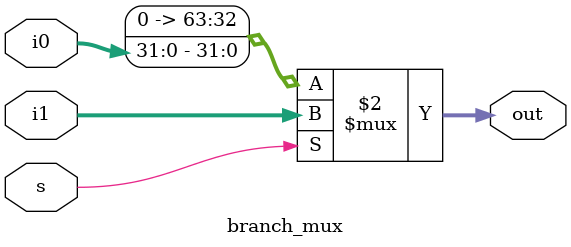
<source format=v>
module branch_mux (out, i0, i1, s);
output wire [63:0] out;
input wire [31:0] i0;
input wire [63:0] i1;
input wire s;   

assign out = s ? i1 : i0;

endmodule

</source>
